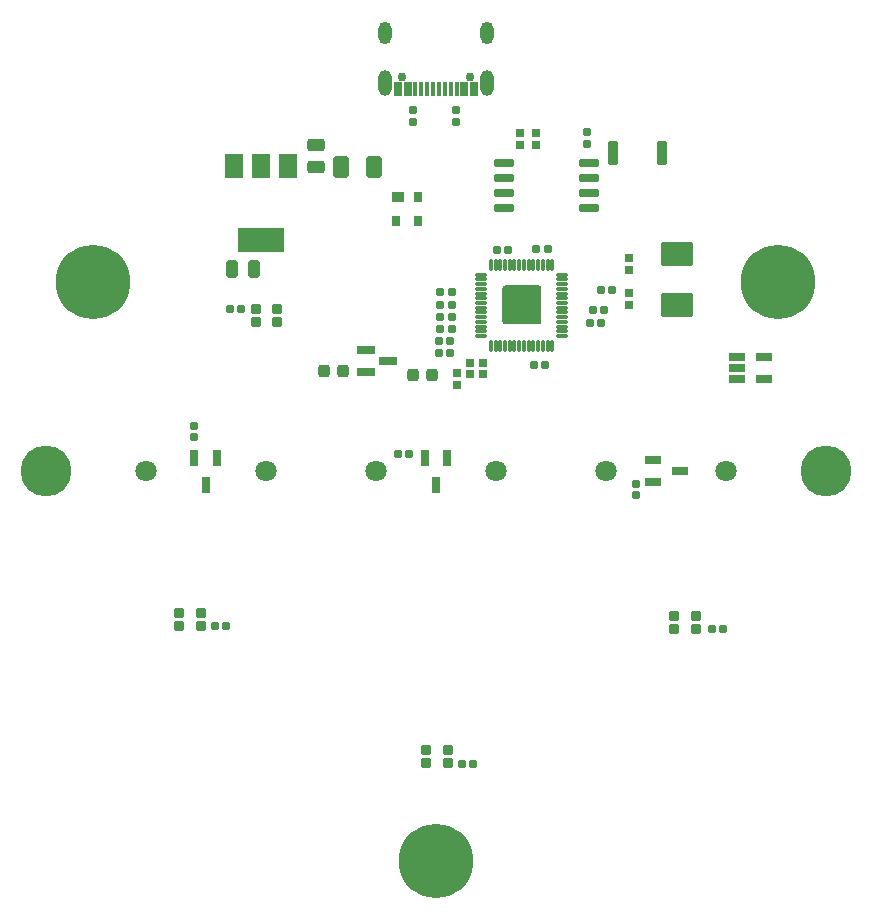
<source format=gbr>
G04 #@! TF.GenerationSoftware,KiCad,Pcbnew,(7.0.0-0)*
G04 #@! TF.CreationDate,2023-03-04T17:00:40-06:00*
G04 #@! TF.ProjectId,RP2040_minimal,52503230-3430-45f6-9d69-6e696d616c2e,REV1*
G04 #@! TF.SameCoordinates,Original*
G04 #@! TF.FileFunction,Soldermask,Bot*
G04 #@! TF.FilePolarity,Negative*
%FSLAX46Y46*%
G04 Gerber Fmt 4.6, Leading zero omitted, Abs format (unit mm)*
G04 Created by KiCad (PCBNEW (7.0.0-0)) date 2023-03-04 17:00:40*
%MOMM*%
%LPD*%
G01*
G04 APERTURE LIST*
G04 Aperture macros list*
%AMRoundRect*
0 Rectangle with rounded corners*
0 $1 Rounding radius*
0 $2 $3 $4 $5 $6 $7 $8 $9 X,Y pos of 4 corners*
0 Add a 4 corners polygon primitive as box body*
4,1,4,$2,$3,$4,$5,$6,$7,$8,$9,$2,$3,0*
0 Add four circle primitives for the rounded corners*
1,1,$1+$1,$2,$3*
1,1,$1+$1,$4,$5*
1,1,$1+$1,$6,$7*
1,1,$1+$1,$8,$9*
0 Add four rect primitives between the rounded corners*
20,1,$1+$1,$2,$3,$4,$5,0*
20,1,$1+$1,$4,$5,$6,$7,0*
20,1,$1+$1,$6,$7,$8,$9,0*
20,1,$1+$1,$8,$9,$2,$3,0*%
G04 Aperture macros list end*
%ADD10C,4.302000*%
%ADD11C,6.302000*%
%ADD12C,1.802000*%
%ADD13RoundRect,0.294750X0.243750X0.456250X-0.243750X0.456250X-0.243750X-0.456250X0.243750X-0.456250X0*%
%ADD14RoundRect,0.198500X0.147500X0.172500X-0.147500X0.172500X-0.147500X-0.172500X0.147500X-0.172500X0*%
%ADD15RoundRect,0.198500X-0.147500X-0.172500X0.147500X-0.172500X0.147500X0.172500X-0.147500X0.172500X0*%
%ADD16RoundRect,0.051000X-0.750000X1.000000X-0.750000X-1.000000X0.750000X-1.000000X0.750000X1.000000X0*%
%ADD17RoundRect,0.051000X-1.900000X1.000000X-1.900000X-1.000000X1.900000X-1.000000X1.900000X1.000000X0*%
%ADD18RoundRect,0.201000X0.650000X0.150000X-0.650000X0.150000X-0.650000X-0.150000X0.650000X-0.150000X0*%
%ADD19RoundRect,0.198500X-0.172500X0.147500X-0.172500X-0.147500X0.172500X-0.147500X0.172500X0.147500X0*%
%ADD20RoundRect,0.294750X0.456250X-0.243750X0.456250X0.243750X-0.456250X0.243750X-0.456250X-0.243750X0*%
%ADD21RoundRect,0.198500X0.172500X-0.147500X0.172500X0.147500X-0.172500X0.147500X-0.172500X-0.147500X0*%
%ADD22RoundRect,0.101000X-0.050000X0.387500X-0.050000X-0.387500X0.050000X-0.387500X0.050000X0.387500X0*%
%ADD23RoundRect,0.101000X-0.387500X0.050000X-0.387500X-0.050000X0.387500X-0.050000X0.387500X0.050000X0*%
%ADD24RoundRect,0.195000X-1.456000X1.456000X-1.456000X-1.456000X1.456000X-1.456000X1.456000X1.456000X0*%
%ADD25RoundRect,0.051000X-1.300000X0.950000X-1.300000X-0.950000X1.300000X-0.950000X1.300000X0.950000X0*%
%ADD26RoundRect,0.191000X-0.170000X0.140000X-0.170000X-0.140000X0.170000X-0.140000X0.170000X0.140000X0*%
%ADD27RoundRect,0.251000X0.200000X0.800000X-0.200000X0.800000X-0.200000X-0.800000X0.200000X-0.800000X0*%
%ADD28RoundRect,0.191000X-0.140000X-0.170000X0.140000X-0.170000X0.140000X0.170000X-0.140000X0.170000X0*%
%ADD29RoundRect,0.276000X-0.225000X-0.250000X0.225000X-0.250000X0.225000X0.250000X-0.225000X0.250000X0*%
%ADD30RoundRect,0.201000X-0.512500X-0.150000X0.512500X-0.150000X0.512500X0.150000X-0.512500X0.150000X0*%
%ADD31C,0.752000*%
%ADD32RoundRect,0.051000X-0.300000X-0.575000X0.300000X-0.575000X0.300000X0.575000X-0.300000X0.575000X0*%
%ADD33RoundRect,0.051000X-0.150000X-0.575000X0.150000X-0.575000X0.150000X0.575000X-0.150000X0.575000X0*%
%ADD34O,1.102000X1.902000*%
%ADD35O,1.102000X2.202000*%
%ADD36RoundRect,0.050000X-0.500000X-0.350000X0.500000X-0.350000X0.500000X0.350000X-0.500000X0.350000X0*%
%ADD37RoundRect,0.050000X-0.300000X-0.350000X0.300000X-0.350000X0.300000X0.350000X-0.300000X0.350000X0*%
%ADD38RoundRect,0.201000X-0.150000X0.512500X-0.150000X-0.512500X0.150000X-0.512500X0.150000X0.512500X0*%
%ADD39RoundRect,0.201000X-0.587500X-0.150000X0.587500X-0.150000X0.587500X0.150000X-0.587500X0.150000X0*%
%ADD40RoundRect,0.051000X-0.350000X-0.350000X0.350000X-0.350000X0.350000X0.350000X-0.350000X0.350000X0*%
%ADD41RoundRect,0.191000X0.170000X-0.140000X0.170000X0.140000X-0.170000X0.140000X-0.170000X-0.140000X0*%
%ADD42RoundRect,0.051000X0.350000X0.350000X-0.350000X0.350000X-0.350000X-0.350000X0.350000X-0.350000X0*%
%ADD43RoundRect,0.191000X0.140000X0.170000X-0.140000X0.170000X-0.140000X-0.170000X0.140000X-0.170000X0*%
%ADD44RoundRect,0.301000X0.375000X0.625000X-0.375000X0.625000X-0.375000X-0.625000X0.375000X-0.625000X0*%
G04 APERTURE END LIST*
D10*
X133000000Y-100000000D03*
X100000000Y-133000000D03*
D11*
X100000000Y-133000000D03*
D12*
X114420000Y-100000000D03*
X124580000Y-100000000D03*
X94920000Y-100000000D03*
X105080000Y-100000000D03*
D11*
X71000000Y-84000000D03*
D10*
X71000000Y-84000000D03*
X129000000Y-84000000D03*
D11*
X129000000Y-84000000D03*
D10*
X67000000Y-100000000D03*
D12*
X75420000Y-100000000D03*
X85580000Y-100000000D03*
D13*
X84637500Y-82890000D03*
X82762500Y-82890000D03*
D14*
X101207500Y-89970000D03*
X100237500Y-89970000D03*
X101207500Y-88970000D03*
X100237500Y-88970000D03*
D15*
X108277500Y-91017500D03*
X109247500Y-91017500D03*
D16*
X82910000Y-74130000D03*
X85210000Y-74130000D03*
D17*
X85210000Y-80430000D03*
D16*
X87510000Y-74130000D03*
D18*
X112930000Y-73905000D03*
X112930000Y-75175000D03*
X112930000Y-76445000D03*
X112930000Y-77715000D03*
X105730000Y-77715000D03*
X105730000Y-76445000D03*
X105730000Y-75175000D03*
X105730000Y-73905000D03*
D19*
X116325019Y-84938500D03*
X116325019Y-85908500D03*
D14*
X101322500Y-85937500D03*
X100352500Y-85937500D03*
D15*
X105155000Y-81250000D03*
X106125000Y-81250000D03*
X113272500Y-86383500D03*
X114242500Y-86383500D03*
X100351624Y-86955000D03*
X101321624Y-86955000D03*
X113032500Y-87490000D03*
X114002500Y-87490000D03*
D20*
X89880000Y-74247500D03*
X89880000Y-72372500D03*
D15*
X108505000Y-81220000D03*
X109475000Y-81220000D03*
D21*
X108510000Y-72355000D03*
X108510000Y-71385000D03*
D22*
X104647500Y-82530000D03*
X105047500Y-82530000D03*
X105447500Y-82530000D03*
X105847500Y-82530000D03*
X106247500Y-82530000D03*
X106647500Y-82530000D03*
X107047500Y-82530000D03*
X107447500Y-82530000D03*
X107847500Y-82530000D03*
X108247500Y-82530000D03*
X108647500Y-82530000D03*
X109047500Y-82530000D03*
X109447500Y-82530000D03*
X109847500Y-82530000D03*
D23*
X110685000Y-83367500D03*
X110685000Y-83767500D03*
X110685000Y-84167500D03*
X110685000Y-84567500D03*
X110685000Y-84967500D03*
X110685000Y-85367500D03*
X110685000Y-85767500D03*
X110685000Y-86167500D03*
X110685000Y-86567500D03*
X110685000Y-86967500D03*
X110685000Y-87367500D03*
X110685000Y-87767500D03*
X110685000Y-88167500D03*
X110685000Y-88567500D03*
D22*
X109847500Y-89405000D03*
X109447500Y-89405000D03*
X109047500Y-89405000D03*
X108647500Y-89405000D03*
X108247500Y-89405000D03*
X107847500Y-89405000D03*
X107447500Y-89405000D03*
X107047500Y-89405000D03*
X106647500Y-89405000D03*
X106247500Y-89405000D03*
X105847500Y-89405000D03*
X105447500Y-89405000D03*
X105047500Y-89405000D03*
X104647500Y-89405000D03*
D23*
X103810000Y-88567500D03*
X103810000Y-88167500D03*
X103810000Y-87767500D03*
X103810000Y-87367500D03*
X103810000Y-86967500D03*
X103810000Y-86567500D03*
X103810000Y-86167500D03*
X103810000Y-85767500D03*
X103810000Y-85367500D03*
X103810000Y-84967500D03*
X103810000Y-84567500D03*
X103810000Y-84167500D03*
X103810000Y-83767500D03*
X103810000Y-83367500D03*
D24*
X107247500Y-85967500D03*
D21*
X116325019Y-82938500D03*
X116325019Y-81968500D03*
D15*
X100351624Y-87955000D03*
X101321624Y-87955000D03*
D14*
X101332500Y-84857500D03*
X100362500Y-84857500D03*
D21*
X107090000Y-72375000D03*
X107090000Y-71405000D03*
D15*
X113955019Y-84638500D03*
X114925019Y-84638500D03*
D25*
X120441019Y-81629500D03*
X120441019Y-85929500D03*
D26*
X79480000Y-96190000D03*
X79480000Y-97150000D03*
D27*
X119150000Y-73100000D03*
X114950000Y-73100000D03*
D28*
X81290000Y-113081250D03*
X82250000Y-113081250D03*
D29*
X98092500Y-91881000D03*
X99642500Y-91881000D03*
D30*
X118362500Y-100950000D03*
X118362500Y-99050000D03*
X120637500Y-100000000D03*
D31*
X97110000Y-66615000D03*
X102890000Y-66615000D03*
D32*
X96800000Y-67690000D03*
X97600000Y-67690000D03*
D33*
X98750000Y-67690000D03*
X99750000Y-67690000D03*
X100250000Y-67690000D03*
X101250000Y-67690000D03*
D32*
X102400000Y-67690000D03*
X103200000Y-67690000D03*
X103200000Y-67690000D03*
X102400000Y-67690000D03*
D33*
X101750000Y-67690000D03*
X100750000Y-67690000D03*
X99250000Y-67690000D03*
X98250000Y-67690000D03*
D32*
X97600000Y-67690000D03*
X96800000Y-67690000D03*
D34*
X95679999Y-62934999D03*
D35*
X95679999Y-67114999D03*
D34*
X104319999Y-62934999D03*
D35*
X104319999Y-67114999D03*
D29*
X90562500Y-91541000D03*
X92112500Y-91541000D03*
D28*
X102172501Y-124767499D03*
X103132501Y-124767499D03*
D36*
X96810000Y-76795000D03*
D37*
X98510000Y-76795000D03*
X98510000Y-78795000D03*
X96610000Y-78795000D03*
D38*
X99050000Y-98862500D03*
X100950000Y-98862500D03*
X100000000Y-101137500D03*
D39*
X94090000Y-91625000D03*
X94090000Y-89725000D03*
X95965000Y-90675000D03*
D26*
X98080000Y-69440000D03*
X98080000Y-70400000D03*
D19*
X101820000Y-91725000D03*
X101820000Y-92695000D03*
D38*
X79550000Y-98862500D03*
X81450000Y-98862500D03*
X80500000Y-101137500D03*
D19*
X103970000Y-90815000D03*
X103970000Y-91785000D03*
D40*
X99182501Y-124707499D03*
X99182501Y-123607499D03*
X101012501Y-123607499D03*
X101012501Y-124707499D03*
D19*
X102910000Y-90825000D03*
X102910000Y-91795000D03*
D40*
X78280000Y-113091250D03*
X78280000Y-111991250D03*
X80110000Y-111991250D03*
X80110000Y-113091250D03*
D28*
X96760000Y-98580000D03*
X97720000Y-98580000D03*
D30*
X125462500Y-92230000D03*
X125462500Y-91280000D03*
X125462500Y-90330000D03*
X127737500Y-90330000D03*
X127737500Y-92230000D03*
D26*
X101740000Y-69460000D03*
X101740000Y-70420000D03*
D41*
X116930000Y-102010000D03*
X116930000Y-101050000D03*
D28*
X123365000Y-113370000D03*
X124325000Y-113370000D03*
D42*
X86555000Y-86310000D03*
X86555000Y-87410000D03*
X84725000Y-87410000D03*
X84725000Y-86310000D03*
D43*
X83525000Y-86270000D03*
X82565000Y-86270000D03*
D26*
X112760000Y-71320000D03*
X112760000Y-72280000D03*
D44*
X94730000Y-74240000D03*
X91930000Y-74240000D03*
D40*
X120185000Y-113360000D03*
X120185000Y-112260000D03*
X122015000Y-112260000D03*
X122015000Y-113360000D03*
M02*

</source>
